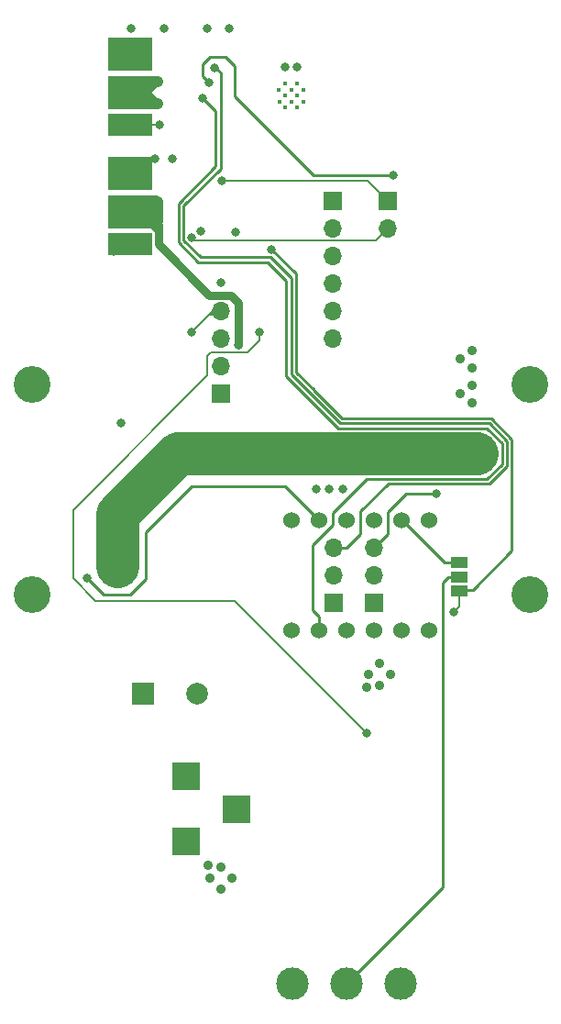
<source format=gbr>
%TF.GenerationSoftware,KiCad,Pcbnew,(6.0.1)*%
%TF.CreationDate,2022-02-05T18:26:11+11:00*%
%TF.ProjectId,ESP32_LED_Controller_v1,45535033-325f-44c4-9544-5f436f6e7472,rev?*%
%TF.SameCoordinates,Original*%
%TF.FileFunction,Copper,L4,Bot*%
%TF.FilePolarity,Positive*%
%FSLAX46Y46*%
G04 Gerber Fmt 4.6, Leading zero omitted, Abs format (unit mm)*
G04 Created by KiCad (PCBNEW (6.0.1)) date 2022-02-05 18:26:11*
%MOMM*%
%LPD*%
G01*
G04 APERTURE LIST*
G04 Aperture macros list*
%AMOutline4P*
0 Free polygon, 4 corners , with rotation*
0 The origin of the aperture is its center*
0 number of corners: always 4*
0 $1 to $8 corner X, Y*
0 $9 Rotation angle, in degrees counterclockwise*
0 create outline with 4 corners*
4,1,4,$1,$2,$3,$4,$5,$6,$7,$8,$1,$2,$9*%
G04 Aperture macros list end*
%TA.AperFunction,ComponentPad*%
%ADD10R,1.700000X1.700000*%
%TD*%
%TA.AperFunction,ComponentPad*%
%ADD11O,1.700000X1.700000*%
%TD*%
%TA.AperFunction,ComponentPad*%
%ADD12R,2.500000X2.500000*%
%TD*%
%TA.AperFunction,ComponentPad*%
%ADD13R,2.000000X2.000000*%
%TD*%
%TA.AperFunction,ComponentPad*%
%ADD14C,2.000000*%
%TD*%
%TA.AperFunction,ComponentPad*%
%ADD15C,3.000000*%
%TD*%
%TA.AperFunction,ComponentPad*%
%ADD16C,1.524000*%
%TD*%
%TA.AperFunction,ComponentPad*%
%ADD17C,0.420000*%
%TD*%
%TA.AperFunction,WasherPad*%
%ADD18C,3.400000*%
%TD*%
%TA.AperFunction,SMDPad,CuDef*%
%ADD19Outline4P,-2.000000X-1.500000X2.000000X-1.500000X2.000000X1.500000X-2.000000X1.500000X180.000000*%
%TD*%
%TA.AperFunction,SMDPad,CuDef*%
%ADD20Outline4P,-2.000000X-1.000000X2.000000X-1.000000X2.000000X1.000000X-2.000000X1.000000X180.000000*%
%TD*%
%TA.AperFunction,SMDPad,CuDef*%
%ADD21R,1.500000X1.000000*%
%TD*%
%TA.AperFunction,ViaPad*%
%ADD22C,0.800000*%
%TD*%
%TA.AperFunction,ViaPad*%
%ADD23C,0.900000*%
%TD*%
%TA.AperFunction,Conductor*%
%ADD24C,0.200000*%
%TD*%
%TA.AperFunction,Conductor*%
%ADD25C,0.250000*%
%TD*%
%TA.AperFunction,Conductor*%
%ADD26C,0.750000*%
%TD*%
%TA.AperFunction,Conductor*%
%ADD27C,1.000000*%
%TD*%
%TA.AperFunction,Conductor*%
%ADD28C,4.000000*%
%TD*%
G04 APERTURE END LIST*
D10*
%TO.P,J4,1,Pin_1*%
%TO.N,GND*%
X54225000Y-62080000D03*
D11*
%TO.P,J4,2,Pin_2*%
%TO.N,ESP_Vcc*%
X54225000Y-59540000D03*
%TO.P,J4,3,Pin_3*%
%TO.N,/SDA*%
X54225000Y-57000000D03*
%TO.P,J4,4,Pin_4*%
%TO.N,/SCL*%
X54225000Y-54460000D03*
%TD*%
D12*
%TO.P,J3,1*%
%TO.N,Vin*%
X50975000Y-97380000D03*
%TO.P,J3,2*%
%TO.N,GND*%
X50975000Y-103380000D03*
%TO.P,J3,3*%
%TO.N,N/C*%
X55675000Y-100380000D03*
%TD*%
D13*
%TO.P,C4,1*%
%TO.N,Vin*%
X47007323Y-89780000D03*
D14*
%TO.P,C4,2*%
%TO.N,Strip_-*%
X52007323Y-89780000D03*
%TD*%
D15*
%TO.P,J5,1,Pin_1*%
%TO.N,Vin*%
X60825000Y-116480000D03*
%TO.P,J5,2,Pin_2*%
%TO.N,/Din_STRIP*%
X65825000Y-116480000D03*
%TO.P,J5,3,Pin_3*%
%TO.N,Strip_-*%
X70825000Y-116480000D03*
%TD*%
D16*
%TO.P,LLC1,1,LV1*%
%TO.N,unconnected-(LLC1-Pad1)*%
X60745000Y-83890000D03*
%TO.P,LLC1,2,LV2*%
%TO.N,/IO6*%
X63285000Y-83890000D03*
%TO.P,LLC1,3,LV*%
%TO.N,ESP_Vcc*%
X65825000Y-83890000D03*
%TO.P,LLC1,4,GND*%
%TO.N,GND*%
X68365000Y-83890000D03*
%TO.P,LLC1,5,LV3*%
%TO.N,/3v3_Din_STRIP*%
X70905000Y-83890000D03*
%TO.P,LLC1,6,LV4*%
%TO.N,unconnected-(LLC1-Pad6)*%
X73445000Y-83890000D03*
%TO.P,LLC1,7,HV4*%
%TO.N,unconnected-(LLC1-Pad7)*%
X73445000Y-73730000D03*
%TO.P,LLC1,8,HV3*%
%TO.N,/Hv_Din_STRIP*%
X70905000Y-73730000D03*
%TO.P,LLC1,9,GND*%
%TO.N,GND*%
X68365000Y-73730000D03*
%TO.P,LLC1,10,HV*%
%TO.N,Vin*%
X65825000Y-73730000D03*
%TO.P,LLC1,11,HV2*%
%TO.N,/IO6_HV*%
X63285000Y-73730000D03*
%TO.P,LLC1,12,HV1*%
%TO.N,unconnected-(LLC1-Pad12)*%
X60745000Y-73730000D03*
%TD*%
D17*
%TO.P,ESP1,19,GND*%
%TO.N,GND*%
X61785000Y-34030000D03*
X59535000Y-34030000D03*
X59585000Y-35130000D03*
X60135000Y-33480000D03*
X60685000Y-35130000D03*
X61785000Y-35130000D03*
X60135000Y-34580000D03*
X61235000Y-33480000D03*
X61235000Y-34580000D03*
X61235000Y-35680000D03*
X60685000Y-34030000D03*
X60135000Y-35680000D03*
%TD*%
D18*
%TO.P,SenMount1,*%
%TO.N,*%
X36725000Y-61230000D03*
X82725000Y-80630000D03*
X36725000Y-80630000D03*
X82725000Y-61230000D03*
%TD*%
D10*
%TO.P,J2,1,Pin_1*%
%TO.N,~{Reset}*%
X69645000Y-44260000D03*
D11*
%TO.P,J2,2,Pin_2*%
%TO.N,~{Flash}*%
X69645000Y-46800000D03*
%TD*%
D10*
%TO.P,J1,1,Pin_1*%
%TO.N,GND*%
X64565000Y-44260000D03*
D11*
%TO.P,J1,2,Pin_2*%
%TO.N,/CTS*%
X64565000Y-46800000D03*
%TO.P,J1,3,Pin_3*%
%TO.N,Vin*%
X64565000Y-49340000D03*
%TO.P,J1,4,Pin_4*%
%TO.N,/TX_CON*%
X64565000Y-51880000D03*
%TO.P,J1,5,Pin_5*%
%TO.N,/RX_CON*%
X64565000Y-54420000D03*
%TO.P,J1,6,Pin_6*%
%TO.N,/DTR*%
X64565000Y-56960000D03*
%TD*%
D19*
%TO.P,J10,1,Pin_1*%
%TO.N,GND*%
X45820000Y-30780000D03*
%TO.P,J10,2,Pin_2*%
%TO.N,ESP_Vcc*%
X45820000Y-34280000D03*
D20*
%TO.P,J10,3,Pin_3*%
%TO.N,/IO7*%
X45820000Y-37280000D03*
%TD*%
D19*
%TO.P,J8,1,Pin_1*%
%TO.N,GND*%
X45820000Y-41780000D03*
%TO.P,J8,2,Pin_2*%
%TO.N,Vin*%
X45820000Y-45280000D03*
D20*
%TO.P,J8,3,Pin_3*%
%TO.N,/IO6_HV*%
X45820000Y-48280000D03*
%TD*%
D10*
%TO.P,J7,1,Pin_1*%
%TO.N,GND*%
X64575000Y-81405000D03*
D11*
%TO.P,J7,2,Pin_2*%
%TO.N,Vin*%
X64575000Y-78865000D03*
%TO.P,J7,3,Pin_3*%
%TO.N,/IO4*%
X64575000Y-76325000D03*
%TD*%
D10*
%TO.P,J9,1,Pin_1*%
%TO.N,GND*%
X68365000Y-81350000D03*
D11*
%TO.P,J9,2,Pin_2*%
%TO.N,ESP_Vcc*%
X68365000Y-78810000D03*
%TO.P,J9,3,Pin_3*%
%TO.N,/IO5*%
X68365000Y-76270000D03*
%TD*%
D21*
%TO.P,DinSel1,1,A*%
%TO.N,/Hv_Din_STRIP*%
X76225000Y-77680000D03*
%TO.P,DinSel1,2,C*%
%TO.N,/Din_STRIP*%
X76225000Y-78980000D03*
%TO.P,DinSel1,3,B*%
%TO.N,/3v3_Din_STRIP*%
X76225000Y-80280000D03*
%TD*%
D22*
%TO.N,~{Flash}*%
X51499232Y-47648385D03*
%TO.N,/IO5*%
X70075000Y-41930000D03*
X74075000Y-71280000D03*
%TO.N,/3v3_Din_STRIP*%
X58877878Y-48732878D03*
%TO.N,Net-(FET1-Pad1)*%
X57725000Y-56380000D03*
X67625000Y-93380000D03*
%TO.N,/IO6_HV*%
X44325000Y-48980000D03*
X41825000Y-79080000D03*
%TO.N,/IO5*%
X53125000Y-33380000D03*
%TO.N,/IO6*%
X52525000Y-34780000D03*
%TO.N,/IO4*%
X53620980Y-31980000D03*
%TO.N,/3v3_Din_STRIP*%
X75725000Y-82180000D03*
%TO.N,GND*%
X64225000Y-70880000D03*
X63025000Y-70880000D03*
X65425000Y-70880000D03*
X44925000Y-64780000D03*
%TO.N,Vin*%
X55825000Y-57580000D03*
%TO.N,ESP_Vcc*%
X55525000Y-47180000D03*
X52312872Y-47067872D03*
%TO.N,GND*%
X54225000Y-51780000D03*
%TO.N,~{Reset}*%
X54320000Y-42380000D03*
%TO.N,/SCL*%
X51520000Y-56380000D03*
%TO.N,GND*%
X61235000Y-31920000D03*
X60135000Y-31940000D03*
X49720000Y-40380000D03*
X48120000Y-40380000D03*
%TO.N,/IO7*%
X48520000Y-37280000D03*
D23*
%TO.N,ESP_Vcc*%
X77420000Y-59680000D03*
D22*
X54920000Y-28380000D03*
X52920000Y-28380000D03*
X48920000Y-28380000D03*
X45920000Y-28380000D03*
D23*
X76320000Y-62080000D03*
X77420000Y-62880000D03*
D22*
X48320000Y-35280000D03*
D23*
X77420000Y-61280000D03*
X76320000Y-58880000D03*
X77420000Y-58080000D03*
D22*
X48320000Y-33280000D03*
%TO.N,GND*%
X45920000Y-31680000D03*
D23*
X68820000Y-86980000D03*
X54220000Y-107780000D03*
X68820000Y-88980000D03*
D22*
X45920000Y-29880000D03*
X45820000Y-42680000D03*
X45820000Y-40880000D03*
D23*
X67820000Y-87980000D03*
X53020000Y-105580000D03*
X69820000Y-87980000D03*
X67620000Y-89180000D03*
X53220000Y-106780000D03*
X54220000Y-105780000D03*
X55220000Y-106780000D03*
%TO.N,Vin*%
X44620000Y-75580000D03*
X77820000Y-67580000D03*
D22*
X48320000Y-46180000D03*
D23*
X44620000Y-77980000D03*
X43820000Y-76780000D03*
X45420000Y-76780000D03*
X76620000Y-66580000D03*
X75420000Y-67580000D03*
X76620000Y-68580000D03*
D22*
X48320000Y-44380000D03*
%TD*%
D24*
%TO.N,~{Flash}*%
X51499232Y-47654232D02*
X51499232Y-47648385D01*
X51794511Y-47949511D02*
X51499232Y-47654232D01*
D25*
%TO.N,/IO5*%
X62775000Y-41930000D02*
X64525000Y-41930000D01*
X55475000Y-31860781D02*
X55475000Y-34630000D01*
X54594219Y-30980000D02*
X55475000Y-31860781D01*
X55475000Y-34630000D02*
X62775000Y-41930000D01*
X53725000Y-30980000D02*
X54594219Y-30980000D01*
X64725000Y-41930000D02*
X64525000Y-41930000D01*
X70075000Y-41930000D02*
X64725000Y-41930000D01*
%TO.N,/IO6*%
X53725480Y-41093803D02*
X53725480Y-35980480D01*
X52525000Y-34780000D02*
X53725000Y-35980000D01*
%TO.N,/IO5*%
X52525000Y-32730000D02*
X53125000Y-33330000D01*
X52525000Y-31630000D02*
X52525000Y-32730000D01*
X53175000Y-30980000D02*
X52525000Y-31630000D01*
X53725000Y-30980000D02*
X53175000Y-30980000D01*
X71325000Y-71280000D02*
X74075000Y-71280000D01*
X69625000Y-72980000D02*
X71325000Y-71280000D01*
%TO.N,/IO6*%
X50300969Y-44518314D02*
X53725480Y-41093803D01*
X50300969Y-48116300D02*
X50300969Y-44518314D01*
%TO.N,/IO4*%
X53725000Y-31980000D02*
X53625000Y-31980000D01*
X54175000Y-32430000D02*
X53725000Y-31980000D01*
X54175000Y-41280000D02*
X54175000Y-32430000D01*
X50750489Y-44704511D02*
X54175000Y-41280000D01*
X50750489Y-45204511D02*
X50750489Y-44704511D01*
%TO.N,/IO6*%
X60225960Y-51616678D02*
X58538802Y-49929520D01*
X58538802Y-49929520D02*
X52114189Y-49929520D01*
X60225960Y-60452395D02*
X60225960Y-51616678D01*
X52114189Y-49929520D02*
X50300969Y-48116300D01*
X65029045Y-65255480D02*
X60225960Y-60452395D01*
X66175000Y-65255480D02*
X65029045Y-65255480D01*
%TO.N,/IO4*%
X50750489Y-46454511D02*
X50750489Y-45204511D01*
X52300386Y-49480000D02*
X50750489Y-47930103D01*
X50750489Y-47930103D02*
X50750489Y-46454511D01*
X57525000Y-49480000D02*
X52300386Y-49480000D01*
D24*
%TO.N,~{Flash}*%
X68495489Y-47949511D02*
X51794511Y-47949511D01*
D25*
%TO.N,/IO4*%
X60675480Y-51430480D02*
X58725000Y-49480000D01*
X60675480Y-60266198D02*
X60675480Y-51430480D01*
X58725000Y-49480000D02*
X57525000Y-49480000D01*
X65215242Y-64805960D02*
X60675480Y-60266198D01*
X71925000Y-64805960D02*
X65215242Y-64805960D01*
%TO.N,/3v3_Din_STRIP*%
X65401440Y-64356440D02*
X62775000Y-61730000D01*
X75101440Y-64356440D02*
X65401440Y-64356440D01*
X81075000Y-76580000D02*
X77475000Y-80180000D01*
X79155242Y-64356440D02*
X81075000Y-66276198D01*
X75101440Y-64356440D02*
X79155242Y-64356440D01*
X81075000Y-66276198D02*
X81075000Y-76580000D01*
%TO.N,/IO4*%
X78969045Y-64805960D02*
X71925000Y-64805960D01*
X80594040Y-66430955D02*
X78969045Y-64805960D01*
X80594040Y-68729044D02*
X80594040Y-66430955D01*
X78969044Y-70354040D02*
X80594040Y-68729044D01*
X69650960Y-70354040D02*
X78969044Y-70354040D01*
X67075000Y-72930000D02*
X69650960Y-70354040D01*
%TO.N,/IO6*%
X80144520Y-68542847D02*
X80144520Y-66617153D01*
X78782847Y-69904520D02*
X80144520Y-68542847D01*
X78125000Y-69904520D02*
X78782847Y-69904520D01*
X80144520Y-66617153D02*
X78782847Y-65255480D01*
X67650480Y-69904520D02*
X78125000Y-69904520D01*
X78782847Y-65255480D02*
X66175000Y-65255480D01*
X64525000Y-73030000D02*
X67650480Y-69904520D01*
X64525000Y-74180000D02*
X64525000Y-73030000D01*
X62675000Y-76030000D02*
X64525000Y-74180000D01*
X63285000Y-82640000D02*
X62675000Y-82030000D01*
X62675000Y-82030000D02*
X62675000Y-76030000D01*
X63285000Y-83890000D02*
X63285000Y-82640000D01*
%TO.N,/IO5*%
X69625000Y-75010000D02*
X69625000Y-72980000D01*
X68365000Y-76270000D02*
X69625000Y-75010000D01*
%TO.N,/IO4*%
X67075000Y-75027081D02*
X67075000Y-72930000D01*
X65777081Y-76325000D02*
X67075000Y-75027081D01*
X64575000Y-76325000D02*
X65777081Y-76325000D01*
%TO.N,/3v3_Din_STRIP*%
X77475000Y-80180000D02*
X76225000Y-80180000D01*
X61125000Y-60080000D02*
X62804186Y-61759186D01*
X61125000Y-50980000D02*
X61125000Y-60080000D01*
X58877878Y-48732878D02*
X61125000Y-50980000D01*
D24*
%TO.N,Net-(FET1-Pad1)*%
X56625000Y-58280000D02*
X57725000Y-57180000D01*
X57725000Y-57180000D02*
X57725000Y-56380000D01*
X53225000Y-58280000D02*
X56625000Y-58280000D01*
X52925000Y-60380000D02*
X52925000Y-58580000D01*
X40525000Y-72780000D02*
X52925000Y-60380000D01*
X40525000Y-78880000D02*
X40525000Y-72780000D01*
X52925000Y-58580000D02*
X53225000Y-58280000D01*
X42625000Y-81180000D02*
X40525000Y-79080000D01*
X42825000Y-81180000D02*
X42625000Y-81180000D01*
X55425000Y-81180000D02*
X42825000Y-81180000D01*
X40525000Y-79080000D02*
X40525000Y-78880000D01*
X67625000Y-93380000D02*
X55425000Y-81180000D01*
D25*
%TO.N,/IO6_HV*%
X45825000Y-80580000D02*
X43325000Y-80580000D01*
X47225000Y-79180000D02*
X45825000Y-80580000D01*
X43325000Y-80580000D02*
X41825000Y-79080000D01*
X47225000Y-74880000D02*
X47225000Y-79180000D01*
X51525000Y-70580000D02*
X47325000Y-74780000D01*
X47325000Y-74780000D02*
X47225000Y-74880000D01*
X63285000Y-73730000D02*
X60135000Y-70580000D01*
X60135000Y-70580000D02*
X51525000Y-70580000D01*
%TO.N,/Hv_Din_STRIP*%
X74825000Y-77680000D02*
X70925000Y-73780000D01*
X76225000Y-77680000D02*
X74825000Y-77680000D01*
D24*
%TO.N,/3v3_Din_STRIP*%
X76225000Y-81680000D02*
X75725000Y-82180000D01*
X76225000Y-80280000D02*
X76225000Y-81680000D01*
D25*
%TO.N,/Din_STRIP*%
X74725000Y-107580000D02*
X65825000Y-116480000D01*
X74725000Y-81980000D02*
X74725000Y-105880000D01*
X74725000Y-79480000D02*
X74725000Y-81980000D01*
X74725000Y-105880000D02*
X74725000Y-107580000D01*
X75225000Y-78980000D02*
X74725000Y-79480000D01*
X76225000Y-78980000D02*
X75225000Y-78980000D01*
D26*
%TO.N,Vin*%
X48425000Y-46980000D02*
X48425000Y-46480000D01*
X48425000Y-46980000D02*
X47725000Y-46280000D01*
X48425000Y-48280000D02*
X48425000Y-46980000D01*
X53125000Y-52980000D02*
X48425000Y-48280000D01*
X55125000Y-52980000D02*
X53125000Y-52980000D01*
X55825000Y-53680000D02*
X55125000Y-52980000D01*
X55825000Y-57580000D02*
X55825000Y-53680000D01*
D24*
%TO.N,~{Reset}*%
X67765000Y-42380000D02*
X54320000Y-42380000D01*
X69645000Y-44260000D02*
X67765000Y-42380000D01*
%TO.N,~{Flash}*%
X69645000Y-46800000D02*
X68495489Y-47949511D01*
%TO.N,/SCL*%
X53520000Y-54780000D02*
X53320000Y-54580000D01*
X53120000Y-54780000D02*
X53520000Y-54380000D01*
X53120000Y-54780000D02*
X53520000Y-54780000D01*
X51520000Y-56380000D02*
X53120000Y-54780000D01*
X53520000Y-54380000D02*
X54320000Y-54380000D01*
%TO.N,/IO7*%
X47520000Y-37280000D02*
X45820000Y-37280000D01*
X48520000Y-37280000D02*
X47520000Y-37280000D01*
D27*
%TO.N,ESP_Vcc*%
X47320000Y-34030000D02*
X48070000Y-33280000D01*
X47320000Y-34530000D02*
X48070000Y-35280000D01*
X46570000Y-34280000D02*
X47320000Y-33530000D01*
X47570000Y-35280000D02*
X48320000Y-35280000D01*
X45820000Y-34280000D02*
X46820000Y-34280000D01*
X47320000Y-33280000D02*
X48320000Y-33280000D01*
X45820000Y-34280000D02*
X46570000Y-34280000D01*
D28*
%TO.N,Vin*%
X44620000Y-75780000D02*
X44620000Y-77980000D01*
D27*
X48320000Y-46180000D02*
X48320000Y-44380000D01*
X47720000Y-44380000D02*
X47720000Y-45880000D01*
X47720000Y-45880000D02*
X47720000Y-45980000D01*
X45820000Y-45280000D02*
X46720000Y-46180000D01*
X46720000Y-46180000D02*
X48320000Y-46180000D01*
X48320000Y-46180000D02*
X48220000Y-46280000D01*
X48320000Y-44380000D02*
X47720000Y-44380000D01*
X45820000Y-45280000D02*
X46570000Y-44530000D01*
X48220000Y-46280000D02*
X47320000Y-46280000D01*
X47620000Y-44280000D02*
X47420000Y-44480000D01*
X45820000Y-45280000D02*
X46720000Y-44380000D01*
X48220000Y-44280000D02*
X47620000Y-44280000D01*
D28*
X77820000Y-67580000D02*
X50220000Y-67580000D01*
X50220000Y-67580000D02*
X44620000Y-73180000D01*
D27*
X46720000Y-44380000D02*
X48320000Y-44380000D01*
X48320000Y-44380000D02*
X48220000Y-44280000D01*
X45820000Y-45280000D02*
X46320000Y-45780000D01*
D28*
X44620000Y-73180000D02*
X44620000Y-75780000D01*
%TD*%
M02*

</source>
